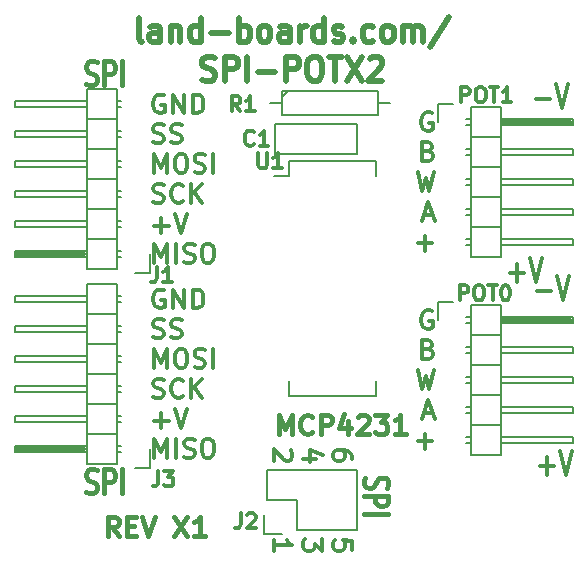
<source format=gto>
G04 #@! TF.FileFunction,Legend,Top*
%FSLAX46Y46*%
G04 Gerber Fmt 4.6, Leading zero omitted, Abs format (unit mm)*
G04 Created by KiCad (PCBNEW (after 2015-mar-04 BZR unknown)-product) date 10/20/2015 10:19:42 AM*
%MOMM*%
G01*
G04 APERTURE LIST*
%ADD10C,0.150000*%
%ADD11C,0.304800*%
%ADD12C,0.412750*%
%ADD13C,0.381000*%
%ADD14C,0.476250*%
G04 APERTURE END LIST*
D10*
D11*
X36579024Y-10915650D02*
X36427833Y-10840055D01*
X36201048Y-10840055D01*
X35974262Y-10915650D01*
X35823071Y-11066840D01*
X35747476Y-11218031D01*
X35671881Y-11520412D01*
X35671881Y-11747198D01*
X35747476Y-12049579D01*
X35823071Y-12200769D01*
X35974262Y-12351960D01*
X36201048Y-12427555D01*
X36352238Y-12427555D01*
X36579024Y-12351960D01*
X36654619Y-12276364D01*
X36654619Y-11747198D01*
X36352238Y-11747198D01*
X36276643Y-14123307D02*
X36503429Y-14198902D01*
X36579024Y-14274498D01*
X36654619Y-14425688D01*
X36654619Y-14652474D01*
X36579024Y-14803664D01*
X36503429Y-14879260D01*
X36352238Y-14954855D01*
X35747476Y-14954855D01*
X35747476Y-13367355D01*
X36276643Y-13367355D01*
X36427833Y-13442950D01*
X36503429Y-13518545D01*
X36579024Y-13669736D01*
X36579024Y-13820926D01*
X36503429Y-13972117D01*
X36427833Y-14047712D01*
X36276643Y-14123307D01*
X35747476Y-14123307D01*
X35369500Y-15894655D02*
X35747476Y-17482155D01*
X36049857Y-16348226D01*
X36352238Y-17482155D01*
X36730214Y-15894655D01*
X35898667Y-19555883D02*
X36654619Y-19555883D01*
X35747476Y-20009455D02*
X36276643Y-18421955D01*
X36805810Y-20009455D01*
X35369500Y-21931993D02*
X36579024Y-21931993D01*
X35974262Y-22536755D02*
X35974262Y-21327231D01*
D12*
X10063238Y-46720881D02*
X9512904Y-45934690D01*
X9119809Y-46720881D02*
X9119809Y-45069881D01*
X9748762Y-45069881D01*
X9906000Y-45148500D01*
X9984619Y-45227119D01*
X10063238Y-45384357D01*
X10063238Y-45620214D01*
X9984619Y-45777452D01*
X9906000Y-45856071D01*
X9748762Y-45934690D01*
X9119809Y-45934690D01*
X10770809Y-45856071D02*
X11321143Y-45856071D01*
X11557000Y-46720881D02*
X10770809Y-46720881D01*
X10770809Y-45069881D01*
X11557000Y-45069881D01*
X12028714Y-45069881D02*
X12579047Y-46720881D01*
X13129381Y-45069881D01*
X14780381Y-45069881D02*
X15881048Y-46720881D01*
X15881048Y-45069881D02*
X14780381Y-46720881D01*
X17374810Y-46720881D02*
X16431381Y-46720881D01*
X16903095Y-46720881D02*
X16903095Y-45069881D01*
X16745857Y-45305738D01*
X16588619Y-45462976D01*
X16431381Y-45541595D01*
D11*
X36579024Y-27679650D02*
X36427833Y-27604055D01*
X36201048Y-27604055D01*
X35974262Y-27679650D01*
X35823071Y-27830840D01*
X35747476Y-27982031D01*
X35671881Y-28284412D01*
X35671881Y-28511198D01*
X35747476Y-28813579D01*
X35823071Y-28964769D01*
X35974262Y-29115960D01*
X36201048Y-29191555D01*
X36352238Y-29191555D01*
X36579024Y-29115960D01*
X36654619Y-29040364D01*
X36654619Y-28511198D01*
X36352238Y-28511198D01*
X36276643Y-30887307D02*
X36503429Y-30962902D01*
X36579024Y-31038498D01*
X36654619Y-31189688D01*
X36654619Y-31416474D01*
X36579024Y-31567664D01*
X36503429Y-31643260D01*
X36352238Y-31718855D01*
X35747476Y-31718855D01*
X35747476Y-30131355D01*
X36276643Y-30131355D01*
X36427833Y-30206950D01*
X36503429Y-30282545D01*
X36579024Y-30433736D01*
X36579024Y-30584926D01*
X36503429Y-30736117D01*
X36427833Y-30811712D01*
X36276643Y-30887307D01*
X35747476Y-30887307D01*
X35369500Y-32658655D02*
X35747476Y-34246155D01*
X36049857Y-33112226D01*
X36352238Y-34246155D01*
X36730214Y-32658655D01*
X35898667Y-36319883D02*
X36654619Y-36319883D01*
X35747476Y-36773455D02*
X36276643Y-35185955D01*
X36805810Y-36773455D01*
X35369500Y-38695993D02*
X36579024Y-38695993D01*
X35974262Y-39300755D02*
X35974262Y-38091231D01*
X45756286Y-40785143D02*
X46917429Y-40785143D01*
X46336858Y-41559238D02*
X46336858Y-40011048D01*
X47425429Y-39527238D02*
X47933429Y-41559238D01*
X48441429Y-39527238D01*
X45375286Y-9670143D02*
X46536429Y-9670143D01*
X47044429Y-8412238D02*
X47552429Y-10444238D01*
X48060429Y-8412238D01*
X45502286Y-25926143D02*
X46663429Y-25926143D01*
X47171429Y-24668238D02*
X47679429Y-26700238D01*
X48187429Y-24668238D01*
X43216286Y-24402143D02*
X44377429Y-24402143D01*
X43796858Y-25176238D02*
X43796858Y-23628048D01*
X44885429Y-23144238D02*
X45393429Y-25176238D01*
X45901429Y-23144238D01*
X13909524Y-25908000D02*
X13758333Y-25832405D01*
X13531548Y-25832405D01*
X13304762Y-25908000D01*
X13153571Y-26059190D01*
X13077976Y-26210381D01*
X13002381Y-26512762D01*
X13002381Y-26739548D01*
X13077976Y-27041929D01*
X13153571Y-27193119D01*
X13304762Y-27344310D01*
X13531548Y-27419905D01*
X13682738Y-27419905D01*
X13909524Y-27344310D01*
X13985119Y-27268714D01*
X13985119Y-26739548D01*
X13682738Y-26739548D01*
X14665476Y-27419905D02*
X14665476Y-25832405D01*
X15572619Y-27419905D01*
X15572619Y-25832405D01*
X16328571Y-27419905D02*
X16328571Y-25832405D01*
X16706547Y-25832405D01*
X16933333Y-25908000D01*
X17084524Y-26059190D01*
X17160119Y-26210381D01*
X17235714Y-26512762D01*
X17235714Y-26739548D01*
X17160119Y-27041929D01*
X17084524Y-27193119D01*
X16933333Y-27344310D01*
X16706547Y-27419905D01*
X16328571Y-27419905D01*
X13002381Y-29871610D02*
X13229167Y-29947205D01*
X13607143Y-29947205D01*
X13758333Y-29871610D01*
X13833929Y-29796014D01*
X13909524Y-29644824D01*
X13909524Y-29493633D01*
X13833929Y-29342443D01*
X13758333Y-29266848D01*
X13607143Y-29191252D01*
X13304762Y-29115657D01*
X13153571Y-29040062D01*
X13077976Y-28964467D01*
X13002381Y-28813276D01*
X13002381Y-28662086D01*
X13077976Y-28510895D01*
X13153571Y-28435300D01*
X13304762Y-28359705D01*
X13682738Y-28359705D01*
X13909524Y-28435300D01*
X14514286Y-29871610D02*
X14741072Y-29947205D01*
X15119048Y-29947205D01*
X15270238Y-29871610D01*
X15345834Y-29796014D01*
X15421429Y-29644824D01*
X15421429Y-29493633D01*
X15345834Y-29342443D01*
X15270238Y-29266848D01*
X15119048Y-29191252D01*
X14816667Y-29115657D01*
X14665476Y-29040062D01*
X14589881Y-28964467D01*
X14514286Y-28813276D01*
X14514286Y-28662086D01*
X14589881Y-28510895D01*
X14665476Y-28435300D01*
X14816667Y-28359705D01*
X15194643Y-28359705D01*
X15421429Y-28435300D01*
X13077976Y-32474505D02*
X13077976Y-30887005D01*
X13607143Y-32020933D01*
X14136310Y-30887005D01*
X14136310Y-32474505D01*
X15194643Y-30887005D02*
X15497024Y-30887005D01*
X15648215Y-30962600D01*
X15799405Y-31113790D01*
X15875000Y-31416171D01*
X15875000Y-31945338D01*
X15799405Y-32247719D01*
X15648215Y-32398910D01*
X15497024Y-32474505D01*
X15194643Y-32474505D01*
X15043453Y-32398910D01*
X14892262Y-32247719D01*
X14816667Y-31945338D01*
X14816667Y-31416171D01*
X14892262Y-31113790D01*
X15043453Y-30962600D01*
X15194643Y-30887005D01*
X16479762Y-32398910D02*
X16706548Y-32474505D01*
X17084524Y-32474505D01*
X17235714Y-32398910D01*
X17311310Y-32323314D01*
X17386905Y-32172124D01*
X17386905Y-32020933D01*
X17311310Y-31869743D01*
X17235714Y-31794148D01*
X17084524Y-31718552D01*
X16782143Y-31642957D01*
X16630952Y-31567362D01*
X16555357Y-31491767D01*
X16479762Y-31340576D01*
X16479762Y-31189386D01*
X16555357Y-31038195D01*
X16630952Y-30962600D01*
X16782143Y-30887005D01*
X17160119Y-30887005D01*
X17386905Y-30962600D01*
X18067262Y-32474505D02*
X18067262Y-30887005D01*
X13002381Y-34926210D02*
X13229167Y-35001805D01*
X13607143Y-35001805D01*
X13758333Y-34926210D01*
X13833929Y-34850614D01*
X13909524Y-34699424D01*
X13909524Y-34548233D01*
X13833929Y-34397043D01*
X13758333Y-34321448D01*
X13607143Y-34245852D01*
X13304762Y-34170257D01*
X13153571Y-34094662D01*
X13077976Y-34019067D01*
X13002381Y-33867876D01*
X13002381Y-33716686D01*
X13077976Y-33565495D01*
X13153571Y-33489900D01*
X13304762Y-33414305D01*
X13682738Y-33414305D01*
X13909524Y-33489900D01*
X15497024Y-34850614D02*
X15421429Y-34926210D01*
X15194643Y-35001805D01*
X15043453Y-35001805D01*
X14816667Y-34926210D01*
X14665476Y-34775019D01*
X14589881Y-34623829D01*
X14514286Y-34321448D01*
X14514286Y-34094662D01*
X14589881Y-33792281D01*
X14665476Y-33641090D01*
X14816667Y-33489900D01*
X15043453Y-33414305D01*
X15194643Y-33414305D01*
X15421429Y-33489900D01*
X15497024Y-33565495D01*
X16177381Y-35001805D02*
X16177381Y-33414305D01*
X17084524Y-35001805D02*
X16404167Y-34094662D01*
X17084524Y-33414305D02*
X16177381Y-34321448D01*
X13077976Y-36924343D02*
X14287500Y-36924343D01*
X13682738Y-37529105D02*
X13682738Y-36319581D01*
X14816666Y-35941605D02*
X15345833Y-37529105D01*
X15875000Y-35941605D01*
X13077976Y-40056405D02*
X13077976Y-38468905D01*
X13607143Y-39602833D01*
X14136310Y-38468905D01*
X14136310Y-40056405D01*
X14892262Y-40056405D02*
X14892262Y-38468905D01*
X15572619Y-39980810D02*
X15799405Y-40056405D01*
X16177381Y-40056405D01*
X16328571Y-39980810D01*
X16404167Y-39905214D01*
X16479762Y-39754024D01*
X16479762Y-39602833D01*
X16404167Y-39451643D01*
X16328571Y-39376048D01*
X16177381Y-39300452D01*
X15875000Y-39224857D01*
X15723809Y-39149262D01*
X15648214Y-39073667D01*
X15572619Y-38922476D01*
X15572619Y-38771286D01*
X15648214Y-38620095D01*
X15723809Y-38544500D01*
X15875000Y-38468905D01*
X16252976Y-38468905D01*
X16479762Y-38544500D01*
X17462500Y-38468905D02*
X17764881Y-38468905D01*
X17916072Y-38544500D01*
X18067262Y-38695690D01*
X18142857Y-38998071D01*
X18142857Y-39527238D01*
X18067262Y-39829619D01*
X17916072Y-39980810D01*
X17764881Y-40056405D01*
X17462500Y-40056405D01*
X17311310Y-39980810D01*
X17160119Y-39829619D01*
X17084524Y-39527238D01*
X17084524Y-38998071D01*
X17160119Y-38695690D01*
X17311310Y-38544500D01*
X17462500Y-38468905D01*
D13*
X7329715Y-42986476D02*
X7547429Y-43083238D01*
X7910286Y-43083238D01*
X8055429Y-42986476D01*
X8128000Y-42889714D01*
X8200572Y-42696190D01*
X8200572Y-42502667D01*
X8128000Y-42309143D01*
X8055429Y-42212381D01*
X7910286Y-42115619D01*
X7620000Y-42018857D01*
X7474858Y-41922095D01*
X7402286Y-41825333D01*
X7329715Y-41631810D01*
X7329715Y-41438286D01*
X7402286Y-41244762D01*
X7474858Y-41148000D01*
X7620000Y-41051238D01*
X7982858Y-41051238D01*
X8200572Y-41148000D01*
X8853715Y-43083238D02*
X8853715Y-41051238D01*
X9434287Y-41051238D01*
X9579429Y-41148000D01*
X9652001Y-41244762D01*
X9724572Y-41438286D01*
X9724572Y-41728571D01*
X9652001Y-41922095D01*
X9579429Y-42018857D01*
X9434287Y-42115619D01*
X8853715Y-42115619D01*
X10377715Y-43083238D02*
X10377715Y-41051238D01*
X30927524Y-41746715D02*
X30830762Y-41964429D01*
X30830762Y-42327286D01*
X30927524Y-42472429D01*
X31024286Y-42545000D01*
X31217810Y-42617572D01*
X31411333Y-42617572D01*
X31604857Y-42545000D01*
X31701619Y-42472429D01*
X31798381Y-42327286D01*
X31895143Y-42037000D01*
X31991905Y-41891858D01*
X32088667Y-41819286D01*
X32282190Y-41746715D01*
X32475714Y-41746715D01*
X32669238Y-41819286D01*
X32766000Y-41891858D01*
X32862762Y-42037000D01*
X32862762Y-42399858D01*
X32766000Y-42617572D01*
X30830762Y-43270715D02*
X32862762Y-43270715D01*
X32862762Y-43851287D01*
X32766000Y-43996429D01*
X32669238Y-44069001D01*
X32475714Y-44141572D01*
X32185429Y-44141572D01*
X31991905Y-44069001D01*
X31895143Y-43996429D01*
X31798381Y-43851287D01*
X31798381Y-43270715D01*
X30830762Y-44794715D02*
X32862762Y-44794715D01*
D11*
X29812645Y-40186428D02*
X29812645Y-39884047D01*
X29737050Y-39732857D01*
X29661455Y-39657262D01*
X29434669Y-39506071D01*
X29132288Y-39430476D01*
X28527526Y-39430476D01*
X28376336Y-39506071D01*
X28300740Y-39581666D01*
X28225145Y-39732857D01*
X28225145Y-40035238D01*
X28300740Y-40186428D01*
X28376336Y-40262024D01*
X28527526Y-40337619D01*
X28905502Y-40337619D01*
X29056693Y-40262024D01*
X29132288Y-40186428D01*
X29207883Y-40035238D01*
X29207883Y-39732857D01*
X29132288Y-39581666D01*
X29056693Y-39506071D01*
X28905502Y-39430476D01*
X26756179Y-40186428D02*
X25697845Y-40186428D01*
X27360940Y-39808452D02*
X26227012Y-39430476D01*
X26227012Y-40413214D01*
X24606855Y-39430476D02*
X24682450Y-39506071D01*
X24758045Y-39657262D01*
X24758045Y-40035238D01*
X24682450Y-40186428D01*
X24606855Y-40262024D01*
X24455664Y-40337619D01*
X24304474Y-40337619D01*
X24077688Y-40262024D01*
X23170545Y-39354881D01*
X23170545Y-40337619D01*
X29812645Y-47869929D02*
X29812645Y-47113976D01*
X29056693Y-47038381D01*
X29132288Y-47113976D01*
X29207883Y-47265167D01*
X29207883Y-47643143D01*
X29132288Y-47794333D01*
X29056693Y-47869929D01*
X28905502Y-47945524D01*
X28527526Y-47945524D01*
X28376336Y-47869929D01*
X28300740Y-47794333D01*
X28225145Y-47643143D01*
X28225145Y-47265167D01*
X28300740Y-47113976D01*
X28376336Y-47038381D01*
X27285345Y-46962786D02*
X27285345Y-47945524D01*
X26680583Y-47416357D01*
X26680583Y-47643143D01*
X26604988Y-47794333D01*
X26529393Y-47869929D01*
X26378202Y-47945524D01*
X26000226Y-47945524D01*
X25849036Y-47869929D01*
X25773440Y-47794333D01*
X25697845Y-47643143D01*
X25697845Y-47189571D01*
X25773440Y-47038381D01*
X25849036Y-46962786D01*
X23170545Y-47945524D02*
X23170545Y-47038381D01*
X23170545Y-47491952D02*
X24758045Y-47491952D01*
X24531260Y-47340762D01*
X24380069Y-47189571D01*
X24304474Y-47038381D01*
X13909524Y-9398000D02*
X13758333Y-9322405D01*
X13531548Y-9322405D01*
X13304762Y-9398000D01*
X13153571Y-9549190D01*
X13077976Y-9700381D01*
X13002381Y-10002762D01*
X13002381Y-10229548D01*
X13077976Y-10531929D01*
X13153571Y-10683119D01*
X13304762Y-10834310D01*
X13531548Y-10909905D01*
X13682738Y-10909905D01*
X13909524Y-10834310D01*
X13985119Y-10758714D01*
X13985119Y-10229548D01*
X13682738Y-10229548D01*
X14665476Y-10909905D02*
X14665476Y-9322405D01*
X15572619Y-10909905D01*
X15572619Y-9322405D01*
X16328571Y-10909905D02*
X16328571Y-9322405D01*
X16706547Y-9322405D01*
X16933333Y-9398000D01*
X17084524Y-9549190D01*
X17160119Y-9700381D01*
X17235714Y-10002762D01*
X17235714Y-10229548D01*
X17160119Y-10531929D01*
X17084524Y-10683119D01*
X16933333Y-10834310D01*
X16706547Y-10909905D01*
X16328571Y-10909905D01*
X13002381Y-13361610D02*
X13229167Y-13437205D01*
X13607143Y-13437205D01*
X13758333Y-13361610D01*
X13833929Y-13286014D01*
X13909524Y-13134824D01*
X13909524Y-12983633D01*
X13833929Y-12832443D01*
X13758333Y-12756848D01*
X13607143Y-12681252D01*
X13304762Y-12605657D01*
X13153571Y-12530062D01*
X13077976Y-12454467D01*
X13002381Y-12303276D01*
X13002381Y-12152086D01*
X13077976Y-12000895D01*
X13153571Y-11925300D01*
X13304762Y-11849705D01*
X13682738Y-11849705D01*
X13909524Y-11925300D01*
X14514286Y-13361610D02*
X14741072Y-13437205D01*
X15119048Y-13437205D01*
X15270238Y-13361610D01*
X15345834Y-13286014D01*
X15421429Y-13134824D01*
X15421429Y-12983633D01*
X15345834Y-12832443D01*
X15270238Y-12756848D01*
X15119048Y-12681252D01*
X14816667Y-12605657D01*
X14665476Y-12530062D01*
X14589881Y-12454467D01*
X14514286Y-12303276D01*
X14514286Y-12152086D01*
X14589881Y-12000895D01*
X14665476Y-11925300D01*
X14816667Y-11849705D01*
X15194643Y-11849705D01*
X15421429Y-11925300D01*
X13077976Y-15964505D02*
X13077976Y-14377005D01*
X13607143Y-15510933D01*
X14136310Y-14377005D01*
X14136310Y-15964505D01*
X15194643Y-14377005D02*
X15497024Y-14377005D01*
X15648215Y-14452600D01*
X15799405Y-14603790D01*
X15875000Y-14906171D01*
X15875000Y-15435338D01*
X15799405Y-15737719D01*
X15648215Y-15888910D01*
X15497024Y-15964505D01*
X15194643Y-15964505D01*
X15043453Y-15888910D01*
X14892262Y-15737719D01*
X14816667Y-15435338D01*
X14816667Y-14906171D01*
X14892262Y-14603790D01*
X15043453Y-14452600D01*
X15194643Y-14377005D01*
X16479762Y-15888910D02*
X16706548Y-15964505D01*
X17084524Y-15964505D01*
X17235714Y-15888910D01*
X17311310Y-15813314D01*
X17386905Y-15662124D01*
X17386905Y-15510933D01*
X17311310Y-15359743D01*
X17235714Y-15284148D01*
X17084524Y-15208552D01*
X16782143Y-15132957D01*
X16630952Y-15057362D01*
X16555357Y-14981767D01*
X16479762Y-14830576D01*
X16479762Y-14679386D01*
X16555357Y-14528195D01*
X16630952Y-14452600D01*
X16782143Y-14377005D01*
X17160119Y-14377005D01*
X17386905Y-14452600D01*
X18067262Y-15964505D02*
X18067262Y-14377005D01*
X13002381Y-18416210D02*
X13229167Y-18491805D01*
X13607143Y-18491805D01*
X13758333Y-18416210D01*
X13833929Y-18340614D01*
X13909524Y-18189424D01*
X13909524Y-18038233D01*
X13833929Y-17887043D01*
X13758333Y-17811448D01*
X13607143Y-17735852D01*
X13304762Y-17660257D01*
X13153571Y-17584662D01*
X13077976Y-17509067D01*
X13002381Y-17357876D01*
X13002381Y-17206686D01*
X13077976Y-17055495D01*
X13153571Y-16979900D01*
X13304762Y-16904305D01*
X13682738Y-16904305D01*
X13909524Y-16979900D01*
X15497024Y-18340614D02*
X15421429Y-18416210D01*
X15194643Y-18491805D01*
X15043453Y-18491805D01*
X14816667Y-18416210D01*
X14665476Y-18265019D01*
X14589881Y-18113829D01*
X14514286Y-17811448D01*
X14514286Y-17584662D01*
X14589881Y-17282281D01*
X14665476Y-17131090D01*
X14816667Y-16979900D01*
X15043453Y-16904305D01*
X15194643Y-16904305D01*
X15421429Y-16979900D01*
X15497024Y-17055495D01*
X16177381Y-18491805D02*
X16177381Y-16904305D01*
X17084524Y-18491805D02*
X16404167Y-17584662D01*
X17084524Y-16904305D02*
X16177381Y-17811448D01*
X13077976Y-20414343D02*
X14287500Y-20414343D01*
X13682738Y-21019105D02*
X13682738Y-19809581D01*
X14816666Y-19431605D02*
X15345833Y-21019105D01*
X15875000Y-19431605D01*
X13077976Y-23546405D02*
X13077976Y-21958905D01*
X13607143Y-23092833D01*
X14136310Y-21958905D01*
X14136310Y-23546405D01*
X14892262Y-23546405D02*
X14892262Y-21958905D01*
X15572619Y-23470810D02*
X15799405Y-23546405D01*
X16177381Y-23546405D01*
X16328571Y-23470810D01*
X16404167Y-23395214D01*
X16479762Y-23244024D01*
X16479762Y-23092833D01*
X16404167Y-22941643D01*
X16328571Y-22866048D01*
X16177381Y-22790452D01*
X15875000Y-22714857D01*
X15723809Y-22639262D01*
X15648214Y-22563667D01*
X15572619Y-22412476D01*
X15572619Y-22261286D01*
X15648214Y-22110095D01*
X15723809Y-22034500D01*
X15875000Y-21958905D01*
X16252976Y-21958905D01*
X16479762Y-22034500D01*
X17462500Y-21958905D02*
X17764881Y-21958905D01*
X17916072Y-22034500D01*
X18067262Y-22185690D01*
X18142857Y-22488071D01*
X18142857Y-23017238D01*
X18067262Y-23319619D01*
X17916072Y-23470810D01*
X17764881Y-23546405D01*
X17462500Y-23546405D01*
X17311310Y-23470810D01*
X17160119Y-23319619D01*
X17084524Y-23017238D01*
X17084524Y-22488071D01*
X17160119Y-22185690D01*
X17311310Y-22034500D01*
X17462500Y-21958905D01*
D14*
X12019645Y-4846713D02*
X11838217Y-4749951D01*
X11747502Y-4556427D01*
X11747502Y-2814713D01*
X13561788Y-4846713D02*
X13561788Y-3782332D01*
X13471074Y-3588808D01*
X13289645Y-3492046D01*
X12926788Y-3492046D01*
X12745359Y-3588808D01*
X13561788Y-4749951D02*
X13380359Y-4846713D01*
X12926788Y-4846713D01*
X12745359Y-4749951D01*
X12654645Y-4556427D01*
X12654645Y-4362904D01*
X12745359Y-4169380D01*
X12926788Y-4072618D01*
X13380359Y-4072618D01*
X13561788Y-3975856D01*
X14468930Y-3492046D02*
X14468930Y-4846713D01*
X14468930Y-3685570D02*
X14559645Y-3588808D01*
X14741073Y-3492046D01*
X15013216Y-3492046D01*
X15194645Y-3588808D01*
X15285359Y-3782332D01*
X15285359Y-4846713D01*
X17008930Y-4846713D02*
X17008930Y-2814713D01*
X17008930Y-4749951D02*
X16827501Y-4846713D01*
X16464644Y-4846713D01*
X16283216Y-4749951D01*
X16192501Y-4653189D01*
X16101787Y-4459665D01*
X16101787Y-3879094D01*
X16192501Y-3685570D01*
X16283216Y-3588808D01*
X16464644Y-3492046D01*
X16827501Y-3492046D01*
X17008930Y-3588808D01*
X17916072Y-4072618D02*
X19367501Y-4072618D01*
X20274643Y-4846713D02*
X20274643Y-2814713D01*
X20274643Y-3588808D02*
X20456072Y-3492046D01*
X20818929Y-3492046D01*
X21000358Y-3588808D01*
X21091072Y-3685570D01*
X21181786Y-3879094D01*
X21181786Y-4459665D01*
X21091072Y-4653189D01*
X21000358Y-4749951D01*
X20818929Y-4846713D01*
X20456072Y-4846713D01*
X20274643Y-4749951D01*
X22270357Y-4846713D02*
X22088929Y-4749951D01*
X21998214Y-4653189D01*
X21907500Y-4459665D01*
X21907500Y-3879094D01*
X21998214Y-3685570D01*
X22088929Y-3588808D01*
X22270357Y-3492046D01*
X22542500Y-3492046D01*
X22723929Y-3588808D01*
X22814643Y-3685570D01*
X22905357Y-3879094D01*
X22905357Y-4459665D01*
X22814643Y-4653189D01*
X22723929Y-4749951D01*
X22542500Y-4846713D01*
X22270357Y-4846713D01*
X24538214Y-4846713D02*
X24538214Y-3782332D01*
X24447500Y-3588808D01*
X24266071Y-3492046D01*
X23903214Y-3492046D01*
X23721785Y-3588808D01*
X24538214Y-4749951D02*
X24356785Y-4846713D01*
X23903214Y-4846713D01*
X23721785Y-4749951D01*
X23631071Y-4556427D01*
X23631071Y-4362904D01*
X23721785Y-4169380D01*
X23903214Y-4072618D01*
X24356785Y-4072618D01*
X24538214Y-3975856D01*
X25445356Y-4846713D02*
X25445356Y-3492046D01*
X25445356Y-3879094D02*
X25536071Y-3685570D01*
X25626785Y-3588808D01*
X25808214Y-3492046D01*
X25989642Y-3492046D01*
X27441071Y-4846713D02*
X27441071Y-2814713D01*
X27441071Y-4749951D02*
X27259642Y-4846713D01*
X26896785Y-4846713D01*
X26715357Y-4749951D01*
X26624642Y-4653189D01*
X26533928Y-4459665D01*
X26533928Y-3879094D01*
X26624642Y-3685570D01*
X26715357Y-3588808D01*
X26896785Y-3492046D01*
X27259642Y-3492046D01*
X27441071Y-3588808D01*
X28257499Y-4749951D02*
X28438928Y-4846713D01*
X28801785Y-4846713D01*
X28983213Y-4749951D01*
X29073928Y-4556427D01*
X29073928Y-4459665D01*
X28983213Y-4266142D01*
X28801785Y-4169380D01*
X28529642Y-4169380D01*
X28348213Y-4072618D01*
X28257499Y-3879094D01*
X28257499Y-3782332D01*
X28348213Y-3588808D01*
X28529642Y-3492046D01*
X28801785Y-3492046D01*
X28983213Y-3588808D01*
X29890356Y-4653189D02*
X29981071Y-4749951D01*
X29890356Y-4846713D01*
X29799642Y-4749951D01*
X29890356Y-4653189D01*
X29890356Y-4846713D01*
X31613928Y-4749951D02*
X31432499Y-4846713D01*
X31069642Y-4846713D01*
X30888214Y-4749951D01*
X30797499Y-4653189D01*
X30706785Y-4459665D01*
X30706785Y-3879094D01*
X30797499Y-3685570D01*
X30888214Y-3588808D01*
X31069642Y-3492046D01*
X31432499Y-3492046D01*
X31613928Y-3588808D01*
X32702499Y-4846713D02*
X32521071Y-4749951D01*
X32430356Y-4653189D01*
X32339642Y-4459665D01*
X32339642Y-3879094D01*
X32430356Y-3685570D01*
X32521071Y-3588808D01*
X32702499Y-3492046D01*
X32974642Y-3492046D01*
X33156071Y-3588808D01*
X33246785Y-3685570D01*
X33337499Y-3879094D01*
X33337499Y-4459665D01*
X33246785Y-4653189D01*
X33156071Y-4749951D01*
X32974642Y-4846713D01*
X32702499Y-4846713D01*
X34153927Y-4846713D02*
X34153927Y-3492046D01*
X34153927Y-3685570D02*
X34244642Y-3588808D01*
X34426070Y-3492046D01*
X34698213Y-3492046D01*
X34879642Y-3588808D01*
X34970356Y-3782332D01*
X34970356Y-4846713D01*
X34970356Y-3782332D02*
X35061070Y-3588808D01*
X35242499Y-3492046D01*
X35514642Y-3492046D01*
X35696070Y-3588808D01*
X35786785Y-3782332D01*
X35786785Y-4846713D01*
X38054642Y-2717951D02*
X36421785Y-5330523D01*
X17145000Y-8071001D02*
X17417143Y-8167763D01*
X17870714Y-8167763D01*
X18052143Y-8071001D01*
X18142857Y-7974239D01*
X18233572Y-7780715D01*
X18233572Y-7587192D01*
X18142857Y-7393668D01*
X18052143Y-7296906D01*
X17870714Y-7200144D01*
X17507857Y-7103382D01*
X17326429Y-7006620D01*
X17235714Y-6909858D01*
X17145000Y-6716335D01*
X17145000Y-6522811D01*
X17235714Y-6329287D01*
X17326429Y-6232525D01*
X17507857Y-6135763D01*
X17961429Y-6135763D01*
X18233572Y-6232525D01*
X19050000Y-8167763D02*
X19050000Y-6135763D01*
X19775715Y-6135763D01*
X19957143Y-6232525D01*
X20047858Y-6329287D01*
X20138572Y-6522811D01*
X20138572Y-6813096D01*
X20047858Y-7006620D01*
X19957143Y-7103382D01*
X19775715Y-7200144D01*
X19050000Y-7200144D01*
X20955000Y-8167763D02*
X20955000Y-6135763D01*
X21862143Y-7393668D02*
X23313572Y-7393668D01*
X24220714Y-8167763D02*
X24220714Y-6135763D01*
X24946429Y-6135763D01*
X25127857Y-6232525D01*
X25218572Y-6329287D01*
X25309286Y-6522811D01*
X25309286Y-6813096D01*
X25218572Y-7006620D01*
X25127857Y-7103382D01*
X24946429Y-7200144D01*
X24220714Y-7200144D01*
X26488572Y-6135763D02*
X26851429Y-6135763D01*
X27032857Y-6232525D01*
X27214286Y-6426049D01*
X27305000Y-6813096D01*
X27305000Y-7490430D01*
X27214286Y-7877477D01*
X27032857Y-8071001D01*
X26851429Y-8167763D01*
X26488572Y-8167763D01*
X26307143Y-8071001D01*
X26125714Y-7877477D01*
X26035000Y-7490430D01*
X26035000Y-6813096D01*
X26125714Y-6426049D01*
X26307143Y-6232525D01*
X26488572Y-6135763D01*
X27849286Y-6135763D02*
X28937857Y-6135763D01*
X28393571Y-8167763D02*
X28393571Y-6135763D01*
X29391429Y-6135763D02*
X30661429Y-8167763D01*
X30661429Y-6135763D02*
X29391429Y-8167763D01*
X31296429Y-6329287D02*
X31387143Y-6232525D01*
X31568572Y-6135763D01*
X32022143Y-6135763D01*
X32203572Y-6232525D01*
X32294286Y-6329287D01*
X32385001Y-6522811D01*
X32385001Y-6716335D01*
X32294286Y-7006620D01*
X31205715Y-8167763D01*
X32385001Y-8167763D01*
D12*
X23609905Y-38084881D02*
X23609905Y-36433881D01*
X24160239Y-37613167D01*
X24710572Y-36433881D01*
X24710572Y-38084881D01*
X26440191Y-37927643D02*
X26361572Y-38006262D01*
X26125715Y-38084881D01*
X25968477Y-38084881D01*
X25732619Y-38006262D01*
X25575381Y-37849024D01*
X25496762Y-37691786D01*
X25418143Y-37377310D01*
X25418143Y-37141452D01*
X25496762Y-36826976D01*
X25575381Y-36669738D01*
X25732619Y-36512500D01*
X25968477Y-36433881D01*
X26125715Y-36433881D01*
X26361572Y-36512500D01*
X26440191Y-36591119D01*
X27147762Y-38084881D02*
X27147762Y-36433881D01*
X27776715Y-36433881D01*
X27933953Y-36512500D01*
X28012572Y-36591119D01*
X28091191Y-36748357D01*
X28091191Y-36984214D01*
X28012572Y-37141452D01*
X27933953Y-37220071D01*
X27776715Y-37298690D01*
X27147762Y-37298690D01*
X29506334Y-36984214D02*
X29506334Y-38084881D01*
X29113238Y-36355262D02*
X28720143Y-37534548D01*
X29742191Y-37534548D01*
X30292524Y-36591119D02*
X30371143Y-36512500D01*
X30528381Y-36433881D01*
X30921477Y-36433881D01*
X31078715Y-36512500D01*
X31157334Y-36591119D01*
X31235953Y-36748357D01*
X31235953Y-36905595D01*
X31157334Y-37141452D01*
X30213905Y-38084881D01*
X31235953Y-38084881D01*
X31786286Y-36433881D02*
X32808334Y-36433881D01*
X32258000Y-37062833D01*
X32493858Y-37062833D01*
X32651096Y-37141452D01*
X32729715Y-37220071D01*
X32808334Y-37377310D01*
X32808334Y-37770405D01*
X32729715Y-37927643D01*
X32651096Y-38006262D01*
X32493858Y-38084881D01*
X32022143Y-38084881D01*
X31864905Y-38006262D01*
X31786286Y-37927643D01*
X34380715Y-38084881D02*
X33437286Y-38084881D01*
X33909000Y-38084881D02*
X33909000Y-36433881D01*
X33751762Y-36669738D01*
X33594524Y-36826976D01*
X33437286Y-36905595D01*
D13*
X7329715Y-8442476D02*
X7547429Y-8539238D01*
X7910286Y-8539238D01*
X8055429Y-8442476D01*
X8128000Y-8345714D01*
X8200572Y-8152190D01*
X8200572Y-7958667D01*
X8128000Y-7765143D01*
X8055429Y-7668381D01*
X7910286Y-7571619D01*
X7620000Y-7474857D01*
X7474858Y-7378095D01*
X7402286Y-7281333D01*
X7329715Y-7087810D01*
X7329715Y-6894286D01*
X7402286Y-6700762D01*
X7474858Y-6604000D01*
X7620000Y-6507238D01*
X7982858Y-6507238D01*
X8200572Y-6604000D01*
X8853715Y-8539238D02*
X8853715Y-6507238D01*
X9434287Y-6507238D01*
X9579429Y-6604000D01*
X9652001Y-6700762D01*
X9724572Y-6894286D01*
X9724572Y-7184571D01*
X9652001Y-7378095D01*
X9579429Y-7474857D01*
X9434287Y-7571619D01*
X8853715Y-7571619D01*
X10377715Y-8539238D02*
X10377715Y-6507238D01*
D10*
X12730000Y-24410000D02*
X12730000Y-22860000D01*
X11430000Y-24410000D02*
X12730000Y-24410000D01*
X7239000Y-22987000D02*
X1397000Y-22987000D01*
X1397000Y-22987000D02*
X1397000Y-22733000D01*
X1397000Y-22733000D02*
X7239000Y-22733000D01*
X7239000Y-22733000D02*
X7239000Y-22860000D01*
X7239000Y-22860000D02*
X1397000Y-22860000D01*
X9906000Y-23114000D02*
X10287000Y-23114000D01*
X9906000Y-22606000D02*
X10287000Y-22606000D01*
X9906000Y-20574000D02*
X10287000Y-20574000D01*
X9906000Y-20066000D02*
X10287000Y-20066000D01*
X9906000Y-18034000D02*
X10287000Y-18034000D01*
X9906000Y-17526000D02*
X10287000Y-17526000D01*
X9906000Y-9906000D02*
X10287000Y-9906000D01*
X9906000Y-10414000D02*
X10287000Y-10414000D01*
X9906000Y-12446000D02*
X10287000Y-12446000D01*
X9906000Y-12954000D02*
X10287000Y-12954000D01*
X9906000Y-14986000D02*
X10287000Y-14986000D01*
X9906000Y-15494000D02*
X10287000Y-15494000D01*
X9906000Y-24130000D02*
X7366000Y-24130000D01*
X9906000Y-21590000D02*
X7366000Y-21590000D01*
X9906000Y-21590000D02*
X9906000Y-19050000D01*
X9906000Y-19050000D02*
X7366000Y-19050000D01*
X7366000Y-20574000D02*
X1270000Y-20574000D01*
X1270000Y-20574000D02*
X1270000Y-20066000D01*
X1270000Y-20066000D02*
X7366000Y-20066000D01*
X7366000Y-19050000D02*
X7366000Y-21590000D01*
X7366000Y-21590000D02*
X7366000Y-24130000D01*
X1270000Y-22606000D02*
X7366000Y-22606000D01*
X1270000Y-23114000D02*
X1270000Y-22606000D01*
X7366000Y-23114000D02*
X1270000Y-23114000D01*
X9906000Y-21590000D02*
X7366000Y-21590000D01*
X9906000Y-24130000D02*
X9906000Y-21590000D01*
X9906000Y-13970000D02*
X7366000Y-13970000D01*
X9906000Y-13970000D02*
X9906000Y-11430000D01*
X9906000Y-11430000D02*
X7366000Y-11430000D01*
X7366000Y-12954000D02*
X1270000Y-12954000D01*
X1270000Y-12954000D02*
X1270000Y-12446000D01*
X1270000Y-12446000D02*
X7366000Y-12446000D01*
X7366000Y-11430000D02*
X7366000Y-13970000D01*
X7366000Y-8890000D02*
X7366000Y-11430000D01*
X1270000Y-9906000D02*
X7366000Y-9906000D01*
X1270000Y-10414000D02*
X1270000Y-9906000D01*
X7366000Y-10414000D02*
X1270000Y-10414000D01*
X9906000Y-8890000D02*
X7366000Y-8890000D01*
X9906000Y-11430000D02*
X9906000Y-8890000D01*
X9906000Y-11430000D02*
X7366000Y-11430000D01*
X9906000Y-16510000D02*
X7366000Y-16510000D01*
X9906000Y-16510000D02*
X9906000Y-13970000D01*
X9906000Y-13970000D02*
X7366000Y-13970000D01*
X7366000Y-15494000D02*
X1270000Y-15494000D01*
X1270000Y-15494000D02*
X1270000Y-14986000D01*
X1270000Y-14986000D02*
X7366000Y-14986000D01*
X7366000Y-13970000D02*
X7366000Y-16510000D01*
X7366000Y-16510000D02*
X7366000Y-19050000D01*
X1270000Y-17526000D02*
X7366000Y-17526000D01*
X1270000Y-18034000D02*
X1270000Y-17526000D01*
X7366000Y-18034000D02*
X1270000Y-18034000D01*
X9906000Y-16510000D02*
X7366000Y-16510000D01*
X9906000Y-19050000D02*
X9906000Y-16510000D01*
X9906000Y-19050000D02*
X7366000Y-19050000D01*
X25146000Y-46228000D02*
X30226000Y-46228000D01*
X22326000Y-46508000D02*
X22326000Y-44958000D01*
X22606000Y-43688000D02*
X25146000Y-43688000D01*
X25146000Y-43688000D02*
X25146000Y-46228000D01*
X30226000Y-46228000D02*
X30226000Y-41148000D01*
X30226000Y-41148000D02*
X25146000Y-41148000D01*
X22326000Y-46508000D02*
X23876000Y-46508000D01*
X22606000Y-41148000D02*
X22606000Y-43688000D01*
X25146000Y-41148000D02*
X22606000Y-41148000D01*
X12730000Y-40920000D02*
X12730000Y-39370000D01*
X11430000Y-40920000D02*
X12730000Y-40920000D01*
X7239000Y-39497000D02*
X1397000Y-39497000D01*
X1397000Y-39497000D02*
X1397000Y-39243000D01*
X1397000Y-39243000D02*
X7239000Y-39243000D01*
X7239000Y-39243000D02*
X7239000Y-39370000D01*
X7239000Y-39370000D02*
X1397000Y-39370000D01*
X9906000Y-39624000D02*
X10287000Y-39624000D01*
X9906000Y-39116000D02*
X10287000Y-39116000D01*
X9906000Y-37084000D02*
X10287000Y-37084000D01*
X9906000Y-36576000D02*
X10287000Y-36576000D01*
X9906000Y-34544000D02*
X10287000Y-34544000D01*
X9906000Y-34036000D02*
X10287000Y-34036000D01*
X9906000Y-26416000D02*
X10287000Y-26416000D01*
X9906000Y-26924000D02*
X10287000Y-26924000D01*
X9906000Y-28956000D02*
X10287000Y-28956000D01*
X9906000Y-29464000D02*
X10287000Y-29464000D01*
X9906000Y-31496000D02*
X10287000Y-31496000D01*
X9906000Y-32004000D02*
X10287000Y-32004000D01*
X9906000Y-40640000D02*
X7366000Y-40640000D01*
X9906000Y-38100000D02*
X7366000Y-38100000D01*
X9906000Y-38100000D02*
X9906000Y-35560000D01*
X9906000Y-35560000D02*
X7366000Y-35560000D01*
X7366000Y-37084000D02*
X1270000Y-37084000D01*
X1270000Y-37084000D02*
X1270000Y-36576000D01*
X1270000Y-36576000D02*
X7366000Y-36576000D01*
X7366000Y-35560000D02*
X7366000Y-38100000D01*
X7366000Y-38100000D02*
X7366000Y-40640000D01*
X1270000Y-39116000D02*
X7366000Y-39116000D01*
X1270000Y-39624000D02*
X1270000Y-39116000D01*
X7366000Y-39624000D02*
X1270000Y-39624000D01*
X9906000Y-38100000D02*
X7366000Y-38100000D01*
X9906000Y-40640000D02*
X9906000Y-38100000D01*
X9906000Y-30480000D02*
X7366000Y-30480000D01*
X9906000Y-30480000D02*
X9906000Y-27940000D01*
X9906000Y-27940000D02*
X7366000Y-27940000D01*
X7366000Y-29464000D02*
X1270000Y-29464000D01*
X1270000Y-29464000D02*
X1270000Y-28956000D01*
X1270000Y-28956000D02*
X7366000Y-28956000D01*
X7366000Y-27940000D02*
X7366000Y-30480000D01*
X7366000Y-25400000D02*
X7366000Y-27940000D01*
X1270000Y-26416000D02*
X7366000Y-26416000D01*
X1270000Y-26924000D02*
X1270000Y-26416000D01*
X7366000Y-26924000D02*
X1270000Y-26924000D01*
X9906000Y-25400000D02*
X7366000Y-25400000D01*
X9906000Y-27940000D02*
X9906000Y-25400000D01*
X9906000Y-27940000D02*
X7366000Y-27940000D01*
X9906000Y-33020000D02*
X7366000Y-33020000D01*
X9906000Y-33020000D02*
X9906000Y-30480000D01*
X9906000Y-30480000D02*
X7366000Y-30480000D01*
X7366000Y-32004000D02*
X1270000Y-32004000D01*
X1270000Y-32004000D02*
X1270000Y-31496000D01*
X1270000Y-31496000D02*
X7366000Y-31496000D01*
X7366000Y-30480000D02*
X7366000Y-33020000D01*
X7366000Y-33020000D02*
X7366000Y-35560000D01*
X1270000Y-34036000D02*
X7366000Y-34036000D01*
X1270000Y-34544000D02*
X1270000Y-34036000D01*
X7366000Y-34544000D02*
X1270000Y-34544000D01*
X9906000Y-33020000D02*
X7366000Y-33020000D01*
X9906000Y-35560000D02*
X9906000Y-33020000D01*
X9906000Y-35560000D02*
X7366000Y-35560000D01*
X23257000Y-11831000D02*
X30257000Y-11831000D01*
X30257000Y-11831000D02*
X30257000Y-14331000D01*
X30257000Y-14331000D02*
X23257000Y-14331000D01*
X23257000Y-14331000D02*
X23257000Y-11831000D01*
X37054000Y-10134000D02*
X37054000Y-11684000D01*
X38354000Y-10134000D02*
X37054000Y-10134000D01*
X42545000Y-11557000D02*
X48387000Y-11557000D01*
X48387000Y-11557000D02*
X48387000Y-11811000D01*
X48387000Y-11811000D02*
X42545000Y-11811000D01*
X42545000Y-11811000D02*
X42545000Y-11684000D01*
X42545000Y-11684000D02*
X48387000Y-11684000D01*
X39878000Y-11430000D02*
X39497000Y-11430000D01*
X39878000Y-11938000D02*
X39497000Y-11938000D01*
X39878000Y-13970000D02*
X39497000Y-13970000D01*
X39878000Y-14478000D02*
X39497000Y-14478000D01*
X39878000Y-16510000D02*
X39497000Y-16510000D01*
X39878000Y-17018000D02*
X39497000Y-17018000D01*
X39878000Y-19050000D02*
X39497000Y-19050000D01*
X39878000Y-19558000D02*
X39497000Y-19558000D01*
X39878000Y-22098000D02*
X39497000Y-22098000D01*
X39878000Y-21590000D02*
X39497000Y-21590000D01*
X42418000Y-12954000D02*
X42418000Y-10414000D01*
X48514000Y-11938000D02*
X42418000Y-11938000D01*
X48514000Y-11430000D02*
X48514000Y-11938000D01*
X42418000Y-11430000D02*
X48514000Y-11430000D01*
X39878000Y-12954000D02*
X42418000Y-12954000D01*
X39878000Y-10414000D02*
X39878000Y-12954000D01*
X39878000Y-10414000D02*
X42418000Y-10414000D01*
X39878000Y-15494000D02*
X42418000Y-15494000D01*
X39878000Y-15494000D02*
X39878000Y-18034000D01*
X39878000Y-18034000D02*
X42418000Y-18034000D01*
X42418000Y-16510000D02*
X48514000Y-16510000D01*
X48514000Y-16510000D02*
X48514000Y-17018000D01*
X48514000Y-17018000D02*
X42418000Y-17018000D01*
X42418000Y-18034000D02*
X42418000Y-15494000D01*
X42418000Y-15494000D02*
X42418000Y-12954000D01*
X48514000Y-14478000D02*
X42418000Y-14478000D01*
X48514000Y-13970000D02*
X48514000Y-14478000D01*
X42418000Y-13970000D02*
X48514000Y-13970000D01*
X39878000Y-15494000D02*
X42418000Y-15494000D01*
X39878000Y-12954000D02*
X39878000Y-15494000D01*
X39878000Y-12954000D02*
X42418000Y-12954000D01*
X39878000Y-20574000D02*
X42418000Y-20574000D01*
X39878000Y-20574000D02*
X39878000Y-23114000D01*
X39878000Y-23114000D02*
X42418000Y-23114000D01*
X42418000Y-21590000D02*
X48514000Y-21590000D01*
X48514000Y-21590000D02*
X48514000Y-22098000D01*
X48514000Y-22098000D02*
X42418000Y-22098000D01*
X42418000Y-23114000D02*
X42418000Y-20574000D01*
X42418000Y-20574000D02*
X42418000Y-18034000D01*
X48514000Y-19558000D02*
X42418000Y-19558000D01*
X48514000Y-19050000D02*
X48514000Y-19558000D01*
X42418000Y-19050000D02*
X48514000Y-19050000D01*
X39878000Y-20574000D02*
X42418000Y-20574000D01*
X39878000Y-18034000D02*
X39878000Y-20574000D01*
X39878000Y-18034000D02*
X42418000Y-18034000D01*
X37054000Y-26898000D02*
X37054000Y-28448000D01*
X38354000Y-26898000D02*
X37054000Y-26898000D01*
X42545000Y-28321000D02*
X48387000Y-28321000D01*
X48387000Y-28321000D02*
X48387000Y-28575000D01*
X48387000Y-28575000D02*
X42545000Y-28575000D01*
X42545000Y-28575000D02*
X42545000Y-28448000D01*
X42545000Y-28448000D02*
X48387000Y-28448000D01*
X39878000Y-28194000D02*
X39497000Y-28194000D01*
X39878000Y-28702000D02*
X39497000Y-28702000D01*
X39878000Y-30734000D02*
X39497000Y-30734000D01*
X39878000Y-31242000D02*
X39497000Y-31242000D01*
X39878000Y-33274000D02*
X39497000Y-33274000D01*
X39878000Y-33782000D02*
X39497000Y-33782000D01*
X39878000Y-35814000D02*
X39497000Y-35814000D01*
X39878000Y-36322000D02*
X39497000Y-36322000D01*
X39878000Y-38862000D02*
X39497000Y-38862000D01*
X39878000Y-38354000D02*
X39497000Y-38354000D01*
X42418000Y-29718000D02*
X42418000Y-27178000D01*
X48514000Y-28702000D02*
X42418000Y-28702000D01*
X48514000Y-28194000D02*
X48514000Y-28702000D01*
X42418000Y-28194000D02*
X48514000Y-28194000D01*
X39878000Y-29718000D02*
X42418000Y-29718000D01*
X39878000Y-27178000D02*
X39878000Y-29718000D01*
X39878000Y-27178000D02*
X42418000Y-27178000D01*
X39878000Y-32258000D02*
X42418000Y-32258000D01*
X39878000Y-32258000D02*
X39878000Y-34798000D01*
X39878000Y-34798000D02*
X42418000Y-34798000D01*
X42418000Y-33274000D02*
X48514000Y-33274000D01*
X48514000Y-33274000D02*
X48514000Y-33782000D01*
X48514000Y-33782000D02*
X42418000Y-33782000D01*
X42418000Y-34798000D02*
X42418000Y-32258000D01*
X42418000Y-32258000D02*
X42418000Y-29718000D01*
X48514000Y-31242000D02*
X42418000Y-31242000D01*
X48514000Y-30734000D02*
X48514000Y-31242000D01*
X42418000Y-30734000D02*
X48514000Y-30734000D01*
X39878000Y-32258000D02*
X42418000Y-32258000D01*
X39878000Y-29718000D02*
X39878000Y-32258000D01*
X39878000Y-29718000D02*
X42418000Y-29718000D01*
X39878000Y-37338000D02*
X42418000Y-37338000D01*
X39878000Y-37338000D02*
X39878000Y-39878000D01*
X39878000Y-39878000D02*
X42418000Y-39878000D01*
X42418000Y-38354000D02*
X48514000Y-38354000D01*
X48514000Y-38354000D02*
X48514000Y-38862000D01*
X48514000Y-38862000D02*
X42418000Y-38862000D01*
X42418000Y-39878000D02*
X42418000Y-37338000D01*
X42418000Y-37338000D02*
X42418000Y-34798000D01*
X48514000Y-36322000D02*
X42418000Y-36322000D01*
X48514000Y-35814000D02*
X48514000Y-36322000D01*
X42418000Y-35814000D02*
X48514000Y-35814000D01*
X39878000Y-37338000D02*
X42418000Y-37338000D01*
X39878000Y-34798000D02*
X39878000Y-37338000D01*
X39878000Y-34798000D02*
X42418000Y-34798000D01*
X22860000Y-10033000D02*
X23876000Y-10033000D01*
X23876000Y-10033000D02*
X23876000Y-9017000D01*
X23876000Y-9017000D02*
X32004000Y-9017000D01*
X32004000Y-9017000D02*
X32004000Y-11049000D01*
X32004000Y-11049000D02*
X23876000Y-11049000D01*
X23876000Y-11049000D02*
X23876000Y-10033000D01*
X23876000Y-9525000D02*
X24384000Y-9017000D01*
X33020000Y-10033000D02*
X32004000Y-10033000D01*
X24519000Y-14977000D02*
X24519000Y-16247000D01*
X31869000Y-14977000D02*
X31869000Y-16247000D01*
X31869000Y-34807000D02*
X31869000Y-33537000D01*
X24519000Y-34807000D02*
X24519000Y-33537000D01*
X24519000Y-14977000D02*
X31869000Y-14977000D01*
X24519000Y-34807000D02*
X31869000Y-34807000D01*
X24519000Y-16247000D02*
X23234000Y-16247000D01*
D11*
X13292667Y-23942524D02*
X13292667Y-24849667D01*
X13232191Y-25031095D01*
X13111239Y-25152048D01*
X12929810Y-25212524D01*
X12808858Y-25212524D01*
X14562667Y-25212524D02*
X13836953Y-25212524D01*
X14199810Y-25212524D02*
X14199810Y-23942524D01*
X14078858Y-24123952D01*
X13957905Y-24244905D01*
X13836953Y-24305381D01*
X20404667Y-44770524D02*
X20404667Y-45677667D01*
X20344191Y-45859095D01*
X20223239Y-45980048D01*
X20041810Y-46040524D01*
X19920858Y-46040524D01*
X20948953Y-44891476D02*
X21009429Y-44831000D01*
X21130381Y-44770524D01*
X21432762Y-44770524D01*
X21553715Y-44831000D01*
X21614191Y-44891476D01*
X21674667Y-45012429D01*
X21674667Y-45133381D01*
X21614191Y-45314810D01*
X20888477Y-46040524D01*
X21674667Y-46040524D01*
X13419667Y-41214524D02*
X13419667Y-42121667D01*
X13359191Y-42303095D01*
X13238239Y-42424048D01*
X13056810Y-42484524D01*
X12935858Y-42484524D01*
X13903477Y-41214524D02*
X14689667Y-41214524D01*
X14266334Y-41698333D01*
X14447762Y-41698333D01*
X14568715Y-41758810D01*
X14629191Y-41819286D01*
X14689667Y-41940238D01*
X14689667Y-42242619D01*
X14629191Y-42363571D01*
X14568715Y-42424048D01*
X14447762Y-42484524D01*
X14084905Y-42484524D01*
X13963953Y-42424048D01*
X13903477Y-42363571D01*
X21505333Y-13534571D02*
X21444857Y-13595048D01*
X21263428Y-13655524D01*
X21142476Y-13655524D01*
X20961048Y-13595048D01*
X20840095Y-13474095D01*
X20779619Y-13353143D01*
X20719143Y-13111238D01*
X20719143Y-12929810D01*
X20779619Y-12687905D01*
X20840095Y-12566952D01*
X20961048Y-12446000D01*
X21142476Y-12385524D01*
X21263428Y-12385524D01*
X21444857Y-12446000D01*
X21505333Y-12506476D01*
X22714857Y-13655524D02*
X21989143Y-13655524D01*
X22352000Y-13655524D02*
X22352000Y-12385524D01*
X22231048Y-12566952D01*
X22110095Y-12687905D01*
X21989143Y-12748381D01*
X39061572Y-9972524D02*
X39061572Y-8702524D01*
X39545381Y-8702524D01*
X39666334Y-8763000D01*
X39726810Y-8823476D01*
X39787286Y-8944429D01*
X39787286Y-9125857D01*
X39726810Y-9246810D01*
X39666334Y-9307286D01*
X39545381Y-9367762D01*
X39061572Y-9367762D01*
X40573477Y-8702524D02*
X40815381Y-8702524D01*
X40936334Y-8763000D01*
X41057286Y-8883952D01*
X41117762Y-9125857D01*
X41117762Y-9549190D01*
X41057286Y-9791095D01*
X40936334Y-9912048D01*
X40815381Y-9972524D01*
X40573477Y-9972524D01*
X40452524Y-9912048D01*
X40331572Y-9791095D01*
X40271096Y-9549190D01*
X40271096Y-9125857D01*
X40331572Y-8883952D01*
X40452524Y-8763000D01*
X40573477Y-8702524D01*
X41480619Y-8702524D02*
X42206334Y-8702524D01*
X41843477Y-9972524D02*
X41843477Y-8702524D01*
X43294905Y-9972524D02*
X42569191Y-9972524D01*
X42932048Y-9972524D02*
X42932048Y-8702524D01*
X42811096Y-8883952D01*
X42690143Y-9004905D01*
X42569191Y-9065381D01*
X38934572Y-26736524D02*
X38934572Y-25466524D01*
X39418381Y-25466524D01*
X39539334Y-25527000D01*
X39599810Y-25587476D01*
X39660286Y-25708429D01*
X39660286Y-25889857D01*
X39599810Y-26010810D01*
X39539334Y-26071286D01*
X39418381Y-26131762D01*
X38934572Y-26131762D01*
X40446477Y-25466524D02*
X40688381Y-25466524D01*
X40809334Y-25527000D01*
X40930286Y-25647952D01*
X40990762Y-25889857D01*
X40990762Y-26313190D01*
X40930286Y-26555095D01*
X40809334Y-26676048D01*
X40688381Y-26736524D01*
X40446477Y-26736524D01*
X40325524Y-26676048D01*
X40204572Y-26555095D01*
X40144096Y-26313190D01*
X40144096Y-25889857D01*
X40204572Y-25647952D01*
X40325524Y-25527000D01*
X40446477Y-25466524D01*
X41353619Y-25466524D02*
X42079334Y-25466524D01*
X41716477Y-26736524D02*
X41716477Y-25466524D01*
X42744572Y-25466524D02*
X42865524Y-25466524D01*
X42986476Y-25527000D01*
X43046953Y-25587476D01*
X43107429Y-25708429D01*
X43167905Y-25950333D01*
X43167905Y-26252714D01*
X43107429Y-26494619D01*
X43046953Y-26615571D01*
X42986476Y-26676048D01*
X42865524Y-26736524D01*
X42744572Y-26736524D01*
X42623619Y-26676048D01*
X42563143Y-26615571D01*
X42502667Y-26494619D01*
X42442191Y-26252714D01*
X42442191Y-25950333D01*
X42502667Y-25708429D01*
X42563143Y-25587476D01*
X42623619Y-25527000D01*
X42744572Y-25466524D01*
X20362333Y-10734524D02*
X19939000Y-10129762D01*
X19636619Y-10734524D02*
X19636619Y-9464524D01*
X20120428Y-9464524D01*
X20241381Y-9525000D01*
X20301857Y-9585476D01*
X20362333Y-9706429D01*
X20362333Y-9887857D01*
X20301857Y-10008810D01*
X20241381Y-10069286D01*
X20120428Y-10129762D01*
X19636619Y-10129762D01*
X21571857Y-10734524D02*
X20846143Y-10734524D01*
X21209000Y-10734524D02*
X21209000Y-9464524D01*
X21088048Y-9645952D01*
X20967095Y-9766905D01*
X20846143Y-9827381D01*
X21892381Y-14290524D02*
X21892381Y-15318619D01*
X21952857Y-15439571D01*
X22013333Y-15500048D01*
X22134286Y-15560524D01*
X22376190Y-15560524D01*
X22497143Y-15500048D01*
X22557619Y-15439571D01*
X22618095Y-15318619D01*
X22618095Y-14290524D01*
X23888095Y-15560524D02*
X23162381Y-15560524D01*
X23525238Y-15560524D02*
X23525238Y-14290524D01*
X23404286Y-14471952D01*
X23283333Y-14592905D01*
X23162381Y-14653381D01*
M02*

</source>
